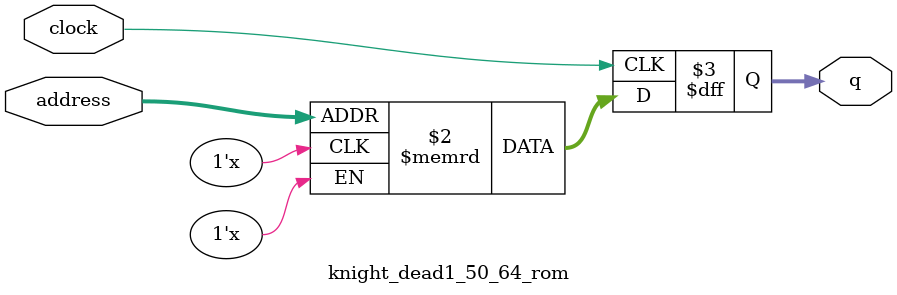
<source format=sv>
module knight_dead1_50_64_rom (
	input logic clock,
	input logic [11:0] address,
	output logic [2:0] q
);

logic [2:0] memory [0:3199] /* synthesis ram_init_file = "./knight_dead1_50_64/knight_dead1_50_64.mif" */;

always_ff @ (posedge clock) begin
	q <= memory[address];
end

endmodule

</source>
